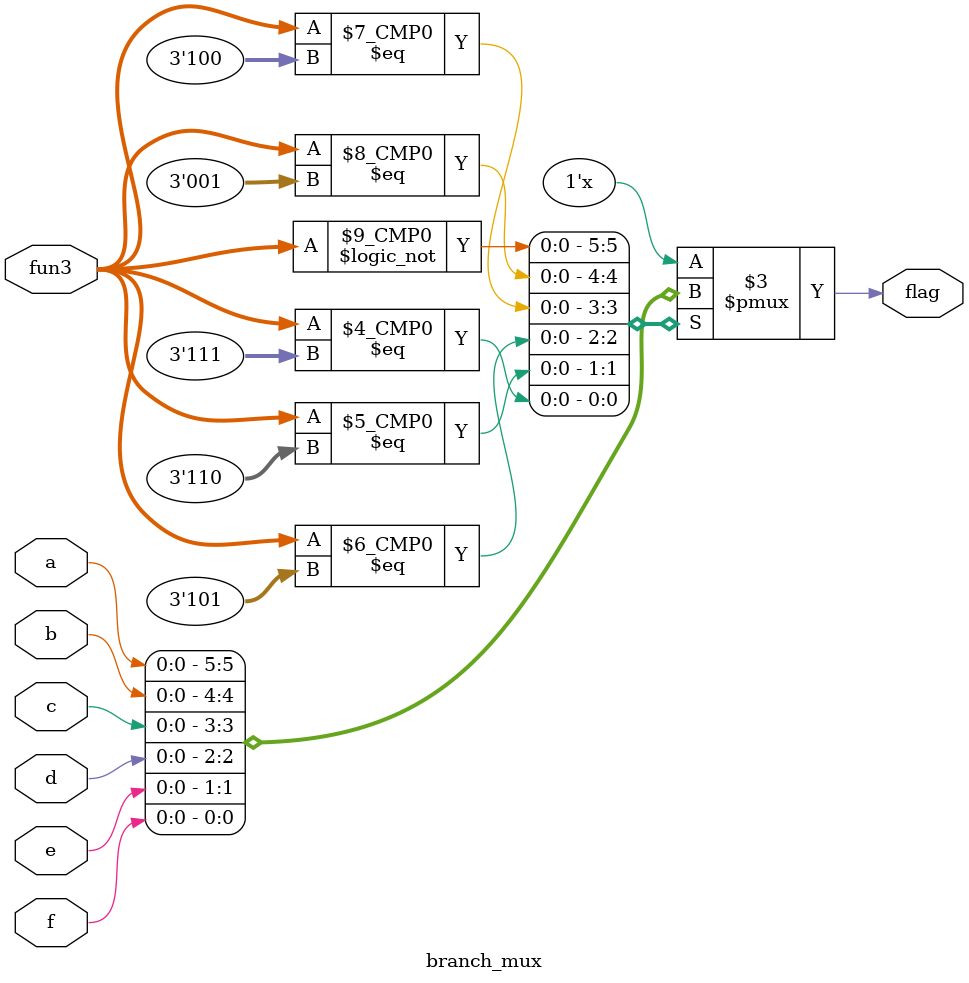
<source format=v>
`timescale 1ns / 1ps

module branch_mux( input [2:0] fun3, input a,b,c,d,e,f , output reg flag);
always @(*)
begin
case (fun3)
3'b000:
flag=a;
3'b001:
flag=b;
3'b100:
flag=c;
3'b101:
flag=d;
3'b110:
flag=e;
3'b111:
flag=f;
endcase
end


endmodule

</source>
